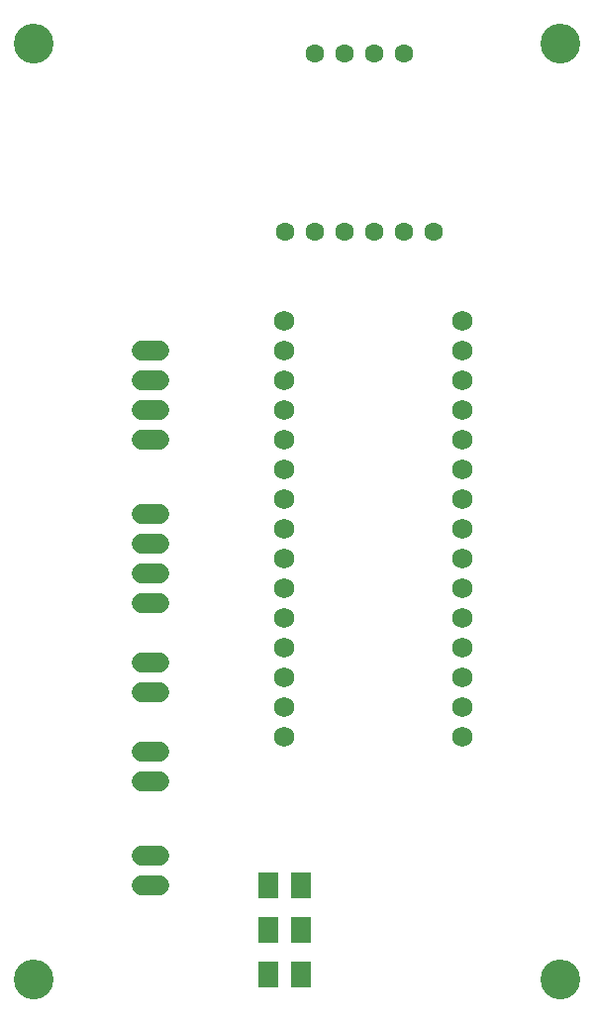
<source format=gbr>
G04 EAGLE Gerber RS-274X export*
G75*
%MOMM*%
%FSLAX34Y34*%
%LPD*%
%INSoldermask Bottom*%
%IPPOS*%
%AMOC8*
5,1,8,0,0,1.08239X$1,22.5*%
G01*
%ADD10C,3.403200*%
%ADD11C,1.727200*%
%ADD12C,1.727200*%
%ADD13R,1.803200X2.203200*%
%ADD14C,1.600200*%


D10*
X50000Y-850000D03*
X500000Y-850000D03*
X500000Y-50000D03*
X50000Y-50000D03*
D11*
X264160Y-464820D03*
X264160Y-439420D03*
X264160Y-414020D03*
X264160Y-388620D03*
X264160Y-363220D03*
X264160Y-337820D03*
X264160Y-490220D03*
X264160Y-515620D03*
X264160Y-541020D03*
X264160Y-566420D03*
X264160Y-591820D03*
X264160Y-617220D03*
X264160Y-642620D03*
X264160Y-312420D03*
X264160Y-287020D03*
X416560Y-464820D03*
X416560Y-490220D03*
X416560Y-515620D03*
X416560Y-541020D03*
X416560Y-566420D03*
X416560Y-591820D03*
X416560Y-439420D03*
X416560Y-414020D03*
X416560Y-388620D03*
X416560Y-363220D03*
X416560Y-337820D03*
X416560Y-312420D03*
X416560Y-287020D03*
X416560Y-617220D03*
X416560Y-642620D03*
D12*
X157480Y-604520D02*
X142240Y-604520D01*
X142240Y-579120D02*
X157480Y-579120D01*
X157480Y-680720D02*
X142240Y-680720D01*
X142240Y-655320D02*
X157480Y-655320D01*
X157480Y-769620D02*
X142240Y-769620D01*
X142240Y-744220D02*
X157480Y-744220D01*
X157480Y-388620D02*
X142240Y-388620D01*
X142240Y-363220D02*
X157480Y-363220D01*
X157480Y-337820D02*
X142240Y-337820D01*
X142240Y-312420D02*
X157480Y-312420D01*
X157480Y-528320D02*
X142240Y-528320D01*
X142240Y-502920D02*
X157480Y-502920D01*
X157480Y-477520D02*
X142240Y-477520D01*
X142240Y-452120D02*
X157480Y-452120D01*
D13*
X278160Y-845820D03*
X250160Y-845820D03*
X278160Y-807720D03*
X250160Y-807720D03*
X278160Y-769620D03*
X250160Y-769620D03*
D14*
X264795Y-210820D03*
X290195Y-210820D03*
X315595Y-210820D03*
X340995Y-210820D03*
X366395Y-210820D03*
X391795Y-210820D03*
X290195Y-58420D03*
X315595Y-58420D03*
X340995Y-58420D03*
X366395Y-58420D03*
M02*

</source>
